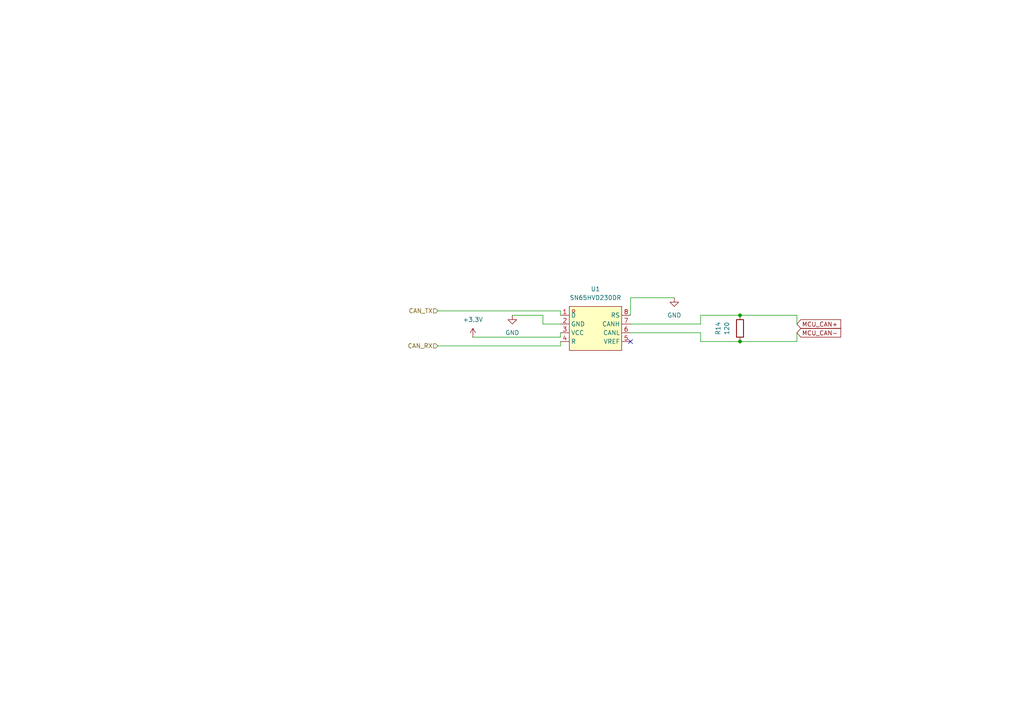
<source format=kicad_sch>
(kicad_sch (version 20250114) (generator "eeschema") (generator_version "9.0")
  (paper "A4")
  (title_block (rev "3"))
  (lib_symbols
    (symbol "Device:R" (pin_numbers (hide yes)) (pin_names (offset 0))
      (property "Reference" "R" (at 2.032 0 90))
      (property "Value" "R" (at 0 0 90))
      (symbol "R_0_1"
        (rectangle (start -1.016 -2.54) (end 1.016 2.54) (stroke (width 0.254)))
      )
      (symbol "R_1_1"
        (pin passive line (at 0 3.81 270) (length 1.27) (name "~") (number "1"))
        (pin passive line (at 0 -3.81 90) (length 1.27) (name "~") (number "2"))
      )
    )
    (symbol "easyeda2kicad:SN65HVD230DR"
      (property "Reference" "U" (at 0 8.89 0))
      (property "Value" "SN65HVD230DR" (at 0 -8.89 0))
      (symbol "SN65HVD230DR_0_1"
        (rectangle (start -7.62 6.35) (end 7.62 -6.35) (fill (type background)))
        (circle (center -6.35 5.08) (radius 0.38))
        (pin unspecified line (at -10.16 3.81 0) (length 2.54) (name "D") (number "1"))
        (pin unspecified line (at -10.16 1.27 0) (length 2.54) (name "GND") (number "2"))
        (pin unspecified line (at -10.16 -1.27 0) (length 2.54) (name "VCC") (number "3"))
        (pin unspecified line (at -10.16 -3.81 0) (length 2.54) (name "R") (number "4"))
        (pin unspecified line (at 10.16 3.81 180) (length 2.54) (name "RS") (number "8"))
        (pin unspecified line (at 10.16 1.27 180) (length 2.54) (name "CANH") (number "7"))
        (pin unspecified line (at 10.16 -1.27 180) (length 2.54) (name "CANL") (number "6"))
        (pin unspecified line (at 10.16 -3.81 180) (length 2.54) (name "VREF") (number "5"))
      )
    )
    (symbol "power:+3.3V" (power) (pin_numbers (hide yes)) (pin_names (offset 0) (hide yes))
      (property "Value" "+3.3V" (at 0 3.556 0))
      (symbol "+3.3V_0_1"
        (polyline (pts (xy -0.762 1.27) (xy 0 2.54)))
        (polyline (pts (xy 0 2.54) (xy 0.762 1.27)))
        (polyline (pts (xy 0 0) (xy 0 2.54)))
      )
      (symbol "+3.3V_1_1"
        (pin power_in line (at 0 0 90) (length 0) (name "~") (number "1"))
      )
    )
    (symbol "power:GND" (power) (pin_numbers (hide yes)) (pin_names (offset 0) (hide yes))
      (property "Value" "GND" (at 0 -3.81 0))
      (symbol "GND_0_1"
        (polyline (pts (xy 0 0) (xy 0 -1.27) (xy 1.27 -1.27) (xy 0 -2.54) (xy -1.27 -1.27) (xy 0 -1.27)))
      )
      (symbol "GND_1_1"
        (pin power_in line (at 0 0 270) (length 0) (name "~") (number "1"))
      )
    )
  )
  (junction (at 214.63 91.44))
  (junction (at 214.63 99.06))
  (no_connect (at 182.88 99.06))
  (wire (pts (xy 148.59 91.44) (xy 157.48 91.44)))
  (wire (pts (xy 127 90.17) (xy 162.56 90.17)))
  (wire (pts (xy 162.56 97.79) (xy 162.56 96.52)))
  (wire (pts (xy 157.48 93.98) (xy 162.56 93.98)))
  (wire (pts (xy 182.88 93.98) (xy 203.2 93.98)))
  (wire (pts (xy 231.14 99.06) (xy 214.63 99.06)))
  (wire (pts (xy 203.2 99.06) (xy 214.63 99.06)))
  (wire (pts (xy 203.2 91.44) (xy 214.63 91.44)))
  (wire (pts (xy 203.2 93.98) (xy 203.2 91.44)))
  (wire (pts (xy 182.88 86.36) (xy 182.88 91.44)))
  (wire (pts (xy 203.2 96.52) (xy 203.2 99.06)))
  (wire (pts (xy 231.14 91.44) (xy 214.63 91.44)))
  (wire (pts (xy 162.56 90.17) (xy 162.56 91.44)))
  (wire (pts (xy 195.58 86.36) (xy 182.88 86.36)))
  (wire (pts (xy 157.48 91.44) (xy 157.48 93.98)))
  (wire (pts (xy 231.14 93.98) (xy 231.14 91.44)))
  (wire (pts (xy 182.88 96.52) (xy 203.2 96.52)))
  (wire (pts (xy 137.16 97.79) (xy 162.56 97.79)))
  (wire (pts (xy 231.14 96.52) (xy 231.14 99.06)))
  (wire (pts (xy 127 100.33) (xy 162.56 100.33)))
  (wire (pts (xy 162.56 100.33) (xy 162.56 99.06)))
  (global_label "MCU_CAN-" (shape input) (at 231.14 96.52 0) (property "Intersheetrefs" "${INTERSHEET_REFS}" (effects (hide yes))))
  (global_label "MCU_CAN+" (shape input) (at 231.14 93.98 0) (property "Intersheetrefs" "${INTERSHEET_REFS}" (effects (hide yes))))
  (hierarchical_label "CAN_RX" (shape input) (at 127 100.33 180))
  (hierarchical_label "CAN_TX" (shape input) (at 127 90.17 180))
  (symbol (lib_id "easyeda2kicad:SN65HVD230DR") (at 172.72 95.25 0) (unit 1)
    (property "Reference" "U1" (at 172.72 83.82 0))
    (property "Value" "SN65HVD230DR" (at 172.72 86.36 0))
    (property "Footprint" "easyeda2kicad:SOIC-8_L4.9-W3.9-P1.27-LS6.0-BL" (effects (hide yes)))
    (property "Datasheet" "https://lcsc.com/product-detail/CAN_TI_SN65HVD230DR_SN65HVD230DR_C12084.html" (effects (hide yes)))
    (property "LCSC Part" "C12084" (effects (hide yes)))
  )
  (symbol (lib_id "Device:R") (at 214.63 95.25 180) (unit 1)
    (property "Reference" "R14" (at 208.28 95.25 90))
    (property "Value" "120" (at 210.82 95.25 90))
    (property "Description" "Resistor" (effects (hide yes)))
  )
  (symbol (lib_id "power:GND") (at 148.59 91.44 0) (unit 1)
    (property "Reference" "#PWR042" (effects (hide yes)))
    (property "Value" "GND" (at 148.59 96.52 0))
    (property "Description" "Power symbol creates a global label with name \"GND\" , ground" (effects (hide yes)))
  )
  (symbol (lib_id "power:GND") (at 195.58 86.36 0) (unit 1)
    (property "Reference" "#PWR043" (effects (hide yes)))
    (property "Value" "GND" (at 195.58 91.44 0))
    (property "Description" "Power symbol creates a global label with name \"GND\" , ground" (effects (hide yes)))
  )
  (symbol (lib_id "power:+3.3V") (at 137.16 97.79 0) (unit 1)
    (property "Reference" "#PWR041" (effects (hide yes)))
    (property "Value" "+3.3V" (at 137.16 92.71 0))
    (property "Description" "Power symbol creates a global label with name \"+3.3V\"" (effects (hide yes)))
  )
)
</source>
